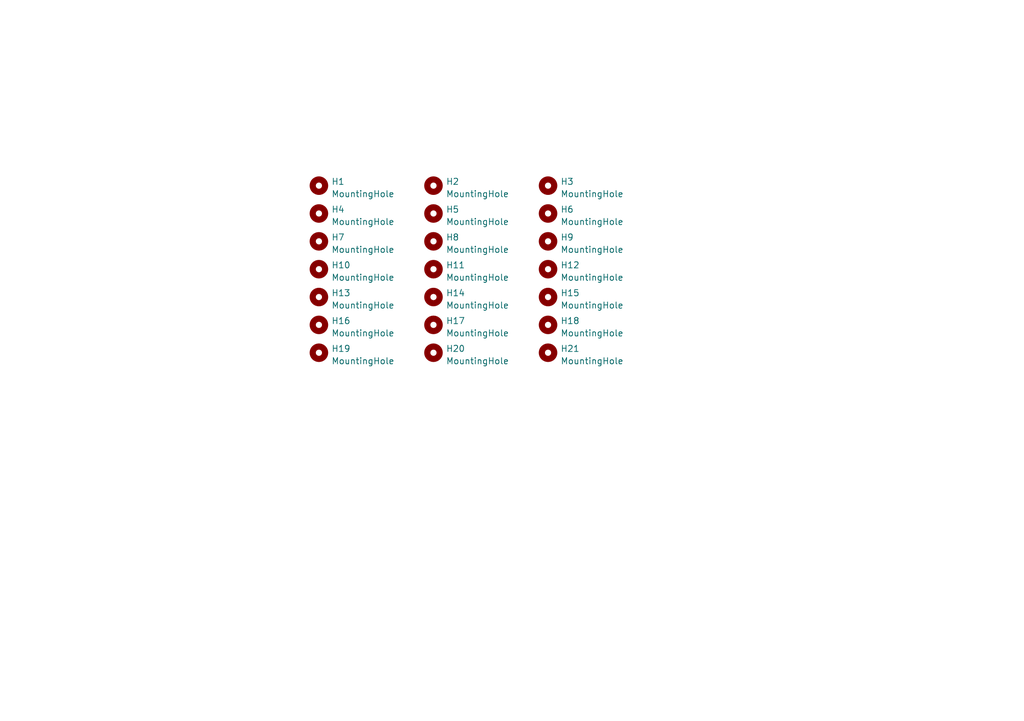
<source format=kicad_sch>
(kicad_sch (version 20211123) (generator eeschema)
  (paper "A5")
  (title_block (title "Copre") (date "2022-10-09") (rev "1") (company "Cipulot PCB Design ") (comment 2 "Cipulot"))
  (lib_symbols
    (symbol "Mechanical:MountingHole" (pin_names (offset 1.016))
      (property "Reference" "H" (at 0 5.08 0))
      (property "Value" "MountingHole" (at 0 3.175 0))
      (symbol "MountingHole_0_1"
        (circle (center 0 0) (radius 1.27) (stroke (width 1.27)))
      )
    )
  )
  (symbol (lib_id "Mechanical:MountingHole") (at 112.395 66.675 0) (unit 1)
    (property "Reference" "H18" (at 114.935 65.8403 0) (effects (justify left)))
    (property "Value" "MountingHole" (at 114.935 68.3772 0) (effects (justify left)))
    (property "Footprint" "cipulot_parts:HOLE_M2" (effects hide))
  )
  (symbol (lib_id "Mechanical:MountingHole") (at 65.405 60.96 0) (unit 1)
    (property "Reference" "H13" (at 67.945 60.1253 0) (effects (justify left)))
    (property "Value" "MountingHole" (at 67.945 62.6622 0) (effects (justify left)))
    (property "Footprint" "cipulot_parts:HOLE_M2" (effects hide))
  )
  (symbol (lib_id "Mechanical:MountingHole") (at 88.9 72.39 0) (unit 1)
    (property "Reference" "H20" (at 91.44 71.5553 0) (effects (justify left)))
    (property "Value" "MountingHole" (at 91.44 74.0922 0) (effects (justify left)))
    (property "Footprint" "cipulot_parts:HOLE_M2" (effects hide))
  )
  (symbol (lib_id "Mechanical:MountingHole") (at 88.9 43.815 0) (unit 1)
    (property "Reference" "H5" (at 91.44 42.9803 0) (effects (justify left)))
    (property "Value" "MountingHole" (at 91.44 45.5172 0) (effects (justify left)))
    (property "Footprint" "cipulot_parts:HOLE_M2" (effects hide))
  )
  (symbol (lib_id "Mechanical:MountingHole") (at 112.395 49.53 0) (unit 1)
    (property "Reference" "H9" (at 114.935 48.6953 0) (effects (justify left)))
    (property "Value" "MountingHole" (at 114.935 51.2322 0) (effects (justify left)))
    (property "Footprint" "cipulot_parts:HOLE_M2" (effects hide))
  )
  (symbol (lib_id "Mechanical:MountingHole") (at 88.9 60.96 0) (unit 1)
    (property "Reference" "H14" (at 91.44 60.1253 0) (effects (justify left)))
    (property "Value" "MountingHole" (at 91.44 62.6622 0) (effects (justify left)))
    (property "Footprint" "cipulot_parts:HOLE_M2" (effects hide))
  )
  (symbol (lib_id "Mechanical:MountingHole") (at 88.9 66.675 0) (unit 1)
    (property "Reference" "H17" (at 91.44 65.8403 0) (effects (justify left)))
    (property "Value" "MountingHole" (at 91.44 68.3772 0) (effects (justify left)))
    (property "Footprint" "cipulot_parts:HOLE_M2" (effects hide))
  )
  (symbol (lib_id "Mechanical:MountingHole") (at 65.405 55.245 0) (unit 1)
    (property "Reference" "H10" (at 67.945 54.4103 0) (effects (justify left)))
    (property "Value" "MountingHole" (at 67.945 56.9472 0) (effects (justify left)))
    (property "Footprint" "cipulot_parts:HOLE_M2" (effects hide))
  )
  (symbol (lib_id "Mechanical:MountingHole") (at 65.405 49.53 0) (unit 1)
    (property "Reference" "H7" (at 67.945 48.6953 0) (effects (justify left)))
    (property "Value" "MountingHole" (at 67.945 51.2322 0) (effects (justify left)))
    (property "Footprint" "cipulot_parts:HOLE_M2" (effects hide))
  )
  (symbol (lib_id "Mechanical:MountingHole") (at 112.395 43.815 0) (unit 1)
    (property "Reference" "H6" (at 114.935 42.9803 0) (effects (justify left)))
    (property "Value" "MountingHole" (at 114.935 45.5172 0) (effects (justify left)))
    (property "Footprint" "cipulot_parts:HOLE_M2" (effects hide))
  )
  (symbol (lib_id "Mechanical:MountingHole") (at 88.9 38.1 0) (unit 1)
    (property "Reference" "H2" (at 91.44 37.2653 0) (effects (justify left)))
    (property "Value" "MountingHole" (at 91.44 39.8022 0) (effects (justify left)))
    (property "Footprint" "cipulot_parts:HOLE_M2" (effects hide))
  )
  (symbol (lib_id "Mechanical:MountingHole") (at 65.405 66.675 0) (unit 1)
    (property "Reference" "H16" (at 67.945 65.8403 0) (effects (justify left)))
    (property "Value" "MountingHole" (at 67.945 68.3772 0) (effects (justify left)))
    (property "Footprint" "cipulot_parts:HOLE_M2" (effects hide))
  )
  (symbol (lib_id "Mechanical:MountingHole") (at 88.9 55.245 0) (unit 1)
    (property "Reference" "H11" (at 91.44 54.4103 0) (effects (justify left)))
    (property "Value" "MountingHole" (at 91.44 56.9472 0) (effects (justify left)))
    (property "Footprint" "cipulot_parts:HOLE_M2" (effects hide))
  )
  (symbol (lib_id "Mechanical:MountingHole") (at 112.395 55.245 0) (unit 1)
    (property "Reference" "H12" (at 114.935 54.4103 0) (effects (justify left)))
    (property "Value" "MountingHole" (at 114.935 56.9472 0) (effects (justify left)))
    (property "Footprint" "cipulot_parts:HOLE_M2" (effects hide))
  )
  (symbol (lib_id "Mechanical:MountingHole") (at 65.405 43.815 0) (unit 1)
    (property "Reference" "H4" (at 67.945 42.9803 0) (effects (justify left)))
    (property "Value" "MountingHole" (at 67.945 45.5172 0) (effects (justify left)))
    (property "Footprint" "cipulot_parts:HOLE_M2" (effects hide))
  )
  (symbol (lib_id "Mechanical:MountingHole") (at 88.9 49.53 0) (unit 1)
    (property "Reference" "H8" (at 91.44 48.6953 0) (effects (justify left)))
    (property "Value" "MountingHole" (at 91.44 51.2322 0) (effects (justify left)))
    (property "Footprint" "cipulot_parts:HOLE_M2" (effects hide))
  )
  (symbol (lib_id "Mechanical:MountingHole") (at 65.405 38.1 0) (unit 1)
    (property "Reference" "H1" (at 67.945 37.2653 0) (effects (justify left)))
    (property "Value" "MountingHole" (at 67.945 39.8022 0) (effects (justify left)))
    (property "Footprint" "cipulot_parts:HOLE_M2" (effects hide))
  )
  (symbol (lib_id "Mechanical:MountingHole") (at 112.395 60.96 0) (unit 1)
    (property "Reference" "H15" (at 114.935 60.1253 0) (effects (justify left)))
    (property "Value" "MountingHole" (at 114.935 62.6622 0) (effects (justify left)))
    (property "Footprint" "cipulot_parts:HOLE_M2" (effects hide))
  )
  (symbol (lib_id "Mechanical:MountingHole") (at 112.395 72.39 0) (unit 1)
    (property "Reference" "H21" (at 114.935 71.5553 0) (effects (justify left)))
    (property "Value" "MountingHole" (at 114.935 74.0922 0) (effects (justify left)))
    (property "Footprint" "cipulot_parts:HOLE_M2" (effects hide))
  )
  (symbol (lib_id "Mechanical:MountingHole") (at 112.395 38.1 0) (unit 1)
    (property "Reference" "H3" (at 114.935 37.2653 0) (effects (justify left)))
    (property "Value" "MountingHole" (at 114.935 39.8022 0) (effects (justify left)))
    (property "Footprint" "cipulot_parts:HOLE_M2" (effects hide))
  )
  (symbol (lib_id "Mechanical:MountingHole") (at 65.405 72.39 0) (unit 1)
    (property "Reference" "H19" (at 67.945 71.5553 0) (effects (justify left)))
    (property "Value" "MountingHole" (at 67.945 74.0922 0) (effects (justify left)))
    (property "Footprint" "cipulot_parts:HOLE_M2" (effects hide))
  )
)
</source>
